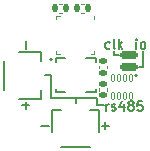
<source format=gto>
G04 #@! TF.GenerationSoftware,KiCad,Pcbnew,7.0.7*
G04 #@! TF.CreationDate,2024-03-10T05:29:25-05:00*
G04 #@! TF.ProjectId,O12imu,4f313269-6d75-42e6-9b69-6361645f7063,1*
G04 #@! TF.SameCoordinates,Original*
G04 #@! TF.FileFunction,Legend,Top*
G04 #@! TF.FilePolarity,Positive*
%FSLAX46Y46*%
G04 Gerber Fmt 4.6, Leading zero omitted, Abs format (unit mm)*
G04 Created by KiCad (PCBNEW 7.0.7) date 2024-03-10 05:29:25*
%MOMM*%
%LPD*%
G01*
G04 APERTURE LIST*
G04 Aperture macros list*
%AMRoundRect*
0 Rectangle with rounded corners*
0 $1 Rounding radius*
0 $2 $3 $4 $5 $6 $7 $8 $9 X,Y pos of 4 corners*
0 Add a 4 corners polygon primitive as box body*
4,1,4,$2,$3,$4,$5,$6,$7,$8,$9,$2,$3,0*
0 Add four circle primitives for the rounded corners*
1,1,$1+$1,$2,$3*
1,1,$1+$1,$4,$5*
1,1,$1+$1,$6,$7*
1,1,$1+$1,$8,$9*
0 Add four rect primitives between the rounded corners*
20,1,$1+$1,$2,$3,$4,$5,0*
20,1,$1+$1,$4,$5,$6,$7,0*
20,1,$1+$1,$6,$7,$8,$9,0*
20,1,$1+$1,$8,$9,$2,$3,0*%
%AMFreePoly0*
4,1,6,0.325000,0.000000,0.325000,-0.150000,-0.175000,-0.150000,-0.175000,0.150000,0.175000,0.150000,0.325000,0.000000,0.325000,0.000000,$1*%
%AMFreePoly1*
4,1,6,0.325000,0.000000,0.175000,-0.150000,-0.175000,-0.150000,-0.175000,0.150000,0.325000,0.150000,0.325000,0.000000,0.325000,0.000000,$1*%
%AMFreePoly2*
4,1,6,0.150000,-0.175000,-0.150000,-0.175000,-0.150000,0.175000,0.000000,0.325000,0.150000,0.325000,0.150000,-0.175000,0.150000,-0.175000,$1*%
%AMFreePoly3*
4,1,6,0.150000,0.175000,0.150000,-0.175000,-0.150000,-0.175000,-0.150000,0.325000,0.000000,0.325000,0.150000,0.175000,0.150000,0.175000,$1*%
%AMFreePoly4*
4,1,6,0.175000,-0.150000,-0.175000,-0.150000,-0.325000,0.000000,-0.325000,0.150000,0.175000,0.150000,0.175000,-0.150000,0.175000,-0.150000,$1*%
%AMFreePoly5*
4,1,7,0.175000,-0.150000,-0.175000,-0.150000,-0.325000,-0.150000,-0.325000,0.000000,-0.175000,0.150000,0.175000,0.150000,0.175000,-0.150000,0.175000,-0.150000,$1*%
%AMFreePoly6*
4,1,6,0.150000,-0.175000,0.000000,-0.325000,-0.150000,-0.325000,-0.150000,0.175000,0.150000,0.175000,0.150000,-0.175000,0.150000,-0.175000,$1*%
%AMFreePoly7*
4,1,6,0.150000,-0.325000,0.000000,-0.325000,-0.150000,-0.175000,-0.150000,0.175000,0.150000,0.175000,0.150000,-0.325000,0.150000,-0.325000,$1*%
G04 Aperture macros list end*
%ADD10C,0.150000*%
%ADD11C,0.120000*%
%ADD12C,0.152400*%
%ADD13C,0.191421*%
%ADD14C,0.127000*%
%ADD15C,0.200000*%
%ADD16FreePoly0,270.000000*%
%ADD17R,0.300000X0.700000*%
%ADD18FreePoly1,270.000000*%
%ADD19FreePoly2,270.000000*%
%ADD20R,0.700000X0.300000*%
%ADD21FreePoly3,270.000000*%
%ADD22FreePoly4,270.000000*%
%ADD23FreePoly5,270.000000*%
%ADD24FreePoly6,270.000000*%
%ADD25FreePoly7,270.000000*%
%ADD26RoundRect,0.140000X0.170000X-0.140000X0.170000X0.140000X-0.170000X0.140000X-0.170000X-0.140000X0*%
%ADD27RoundRect,0.150000X0.600000X-0.150000X0.600000X0.150000X-0.600000X0.150000X-0.600000X-0.150000X0*%
%ADD28R,0.533400X0.304800*%
%ADD29R,0.304800X0.533400*%
%ADD30R,0.800000X0.300000*%
%ADD31R,0.800000X0.400000*%
%ADD32RoundRect,0.050000X-0.100000X0.285000X-0.100000X-0.285000X0.100000X-0.285000X0.100000X0.285000X0*%
%ADD33R,0.300000X0.800000*%
%ADD34R,0.400000X0.800000*%
%ADD35RoundRect,0.140000X-0.170000X0.140000X-0.170000X-0.140000X0.170000X-0.140000X0.170000X0.140000X0*%
%ADD36RoundRect,0.140000X0.140000X0.170000X-0.140000X0.170000X-0.140000X-0.170000X0.140000X-0.170000X0*%
%ADD37RoundRect,0.140000X-0.140000X-0.170000X0.140000X-0.170000X0.140000X0.170000X-0.140000X0.170000X0*%
G04 APERTURE END LIST*
D10*
X51800000Y-51950000D02*
X50000000Y-51950000D01*
X47900000Y-51950000D02*
X47900000Y-50000000D01*
X50000000Y-51950000D02*
X50000000Y-52350000D01*
X53250000Y-47950000D02*
X53250000Y-48300000D01*
X51800000Y-52550000D02*
X51800000Y-51950000D01*
X55650000Y-49300000D02*
X55650000Y-47950000D01*
X55350000Y-49300000D02*
X55650000Y-49300000D01*
X52350000Y-52550000D02*
X51800000Y-52550000D01*
X53250000Y-48300000D02*
X53650000Y-48300000D01*
X50000000Y-51950000D02*
X47900000Y-51950000D01*
X47900000Y-50000000D02*
X47400000Y-50000000D01*
X52882017Y-47706200D02*
X52805826Y-47744295D01*
X52805826Y-47744295D02*
X52653445Y-47744295D01*
X52653445Y-47744295D02*
X52577255Y-47706200D01*
X52577255Y-47706200D02*
X52539160Y-47668104D01*
X52539160Y-47668104D02*
X52501064Y-47591914D01*
X52501064Y-47591914D02*
X52501064Y-47363342D01*
X52501064Y-47363342D02*
X52539160Y-47287152D01*
X52539160Y-47287152D02*
X52577255Y-47249057D01*
X52577255Y-47249057D02*
X52653445Y-47210961D01*
X52653445Y-47210961D02*
X52805826Y-47210961D01*
X52805826Y-47210961D02*
X52882017Y-47249057D01*
X53339159Y-47744295D02*
X53262969Y-47706200D01*
X53262969Y-47706200D02*
X53224874Y-47630009D01*
X53224874Y-47630009D02*
X53224874Y-46944295D01*
X53643922Y-47744295D02*
X53643922Y-46944295D01*
X53720112Y-47439533D02*
X53948684Y-47744295D01*
X53948684Y-47210961D02*
X53643922Y-47515723D01*
X45757533Y-52854761D02*
X45757533Y-52245238D01*
X46062295Y-52549999D02*
X45452771Y-52549999D01*
X47704761Y-54292466D02*
X47095238Y-54292466D01*
X45807533Y-47754761D02*
X45807533Y-47145238D01*
X55139160Y-47744295D02*
X55139160Y-47210961D01*
X55139160Y-46944295D02*
X55101064Y-46982390D01*
X55101064Y-46982390D02*
X55139160Y-47020485D01*
X55139160Y-47020485D02*
X55177255Y-46982390D01*
X55177255Y-46982390D02*
X55139160Y-46944295D01*
X55139160Y-46944295D02*
X55139160Y-47020485D01*
X55634397Y-47744295D02*
X55558207Y-47706200D01*
X55558207Y-47706200D02*
X55520112Y-47668104D01*
X55520112Y-47668104D02*
X55482016Y-47591914D01*
X55482016Y-47591914D02*
X55482016Y-47363342D01*
X55482016Y-47363342D02*
X55520112Y-47287152D01*
X55520112Y-47287152D02*
X55558207Y-47249057D01*
X55558207Y-47249057D02*
X55634397Y-47210961D01*
X55634397Y-47210961D02*
X55748683Y-47210961D01*
X55748683Y-47210961D02*
X55824874Y-47249057D01*
X55824874Y-47249057D02*
X55862969Y-47287152D01*
X55862969Y-47287152D02*
X55901064Y-47363342D01*
X55901064Y-47363342D02*
X55901064Y-47591914D01*
X55901064Y-47591914D02*
X55862969Y-47668104D01*
X55862969Y-47668104D02*
X55824874Y-47706200D01*
X55824874Y-47706200D02*
X55748683Y-47744295D01*
X55748683Y-47744295D02*
X55634397Y-47744295D01*
X52589160Y-52994295D02*
X52589160Y-52460961D01*
X52589160Y-52613342D02*
X52627255Y-52537152D01*
X52627255Y-52537152D02*
X52665350Y-52499057D01*
X52665350Y-52499057D02*
X52741541Y-52460961D01*
X52741541Y-52460961D02*
X52817731Y-52460961D01*
X53046302Y-52956200D02*
X53122493Y-52994295D01*
X53122493Y-52994295D02*
X53274874Y-52994295D01*
X53274874Y-52994295D02*
X53351064Y-52956200D01*
X53351064Y-52956200D02*
X53389160Y-52880009D01*
X53389160Y-52880009D02*
X53389160Y-52841914D01*
X53389160Y-52841914D02*
X53351064Y-52765723D01*
X53351064Y-52765723D02*
X53274874Y-52727628D01*
X53274874Y-52727628D02*
X53160588Y-52727628D01*
X53160588Y-52727628D02*
X53084398Y-52689533D01*
X53084398Y-52689533D02*
X53046302Y-52613342D01*
X53046302Y-52613342D02*
X53046302Y-52575247D01*
X53046302Y-52575247D02*
X53084398Y-52499057D01*
X53084398Y-52499057D02*
X53160588Y-52460961D01*
X53160588Y-52460961D02*
X53274874Y-52460961D01*
X53274874Y-52460961D02*
X53351064Y-52499057D01*
X54074874Y-52460961D02*
X54074874Y-52994295D01*
X53884398Y-52156200D02*
X53693921Y-52727628D01*
X53693921Y-52727628D02*
X54189160Y-52727628D01*
X54608207Y-52537152D02*
X54532017Y-52499057D01*
X54532017Y-52499057D02*
X54493922Y-52460961D01*
X54493922Y-52460961D02*
X54455826Y-52384771D01*
X54455826Y-52384771D02*
X54455826Y-52346676D01*
X54455826Y-52346676D02*
X54493922Y-52270485D01*
X54493922Y-52270485D02*
X54532017Y-52232390D01*
X54532017Y-52232390D02*
X54608207Y-52194295D01*
X54608207Y-52194295D02*
X54760588Y-52194295D01*
X54760588Y-52194295D02*
X54836779Y-52232390D01*
X54836779Y-52232390D02*
X54874874Y-52270485D01*
X54874874Y-52270485D02*
X54912969Y-52346676D01*
X54912969Y-52346676D02*
X54912969Y-52384771D01*
X54912969Y-52384771D02*
X54874874Y-52460961D01*
X54874874Y-52460961D02*
X54836779Y-52499057D01*
X54836779Y-52499057D02*
X54760588Y-52537152D01*
X54760588Y-52537152D02*
X54608207Y-52537152D01*
X54608207Y-52537152D02*
X54532017Y-52575247D01*
X54532017Y-52575247D02*
X54493922Y-52613342D01*
X54493922Y-52613342D02*
X54455826Y-52689533D01*
X54455826Y-52689533D02*
X54455826Y-52841914D01*
X54455826Y-52841914D02*
X54493922Y-52918104D01*
X54493922Y-52918104D02*
X54532017Y-52956200D01*
X54532017Y-52956200D02*
X54608207Y-52994295D01*
X54608207Y-52994295D02*
X54760588Y-52994295D01*
X54760588Y-52994295D02*
X54836779Y-52956200D01*
X54836779Y-52956200D02*
X54874874Y-52918104D01*
X54874874Y-52918104D02*
X54912969Y-52841914D01*
X54912969Y-52841914D02*
X54912969Y-52689533D01*
X54912969Y-52689533D02*
X54874874Y-52613342D01*
X54874874Y-52613342D02*
X54836779Y-52575247D01*
X54836779Y-52575247D02*
X54760588Y-52537152D01*
X55636779Y-52194295D02*
X55255827Y-52194295D01*
X55255827Y-52194295D02*
X55217731Y-52575247D01*
X55217731Y-52575247D02*
X55255827Y-52537152D01*
X55255827Y-52537152D02*
X55332017Y-52499057D01*
X55332017Y-52499057D02*
X55522493Y-52499057D01*
X55522493Y-52499057D02*
X55598684Y-52537152D01*
X55598684Y-52537152D02*
X55636779Y-52575247D01*
X55636779Y-52575247D02*
X55674874Y-52651438D01*
X55674874Y-52651438D02*
X55674874Y-52841914D01*
X55674874Y-52841914D02*
X55636779Y-52918104D01*
X55636779Y-52918104D02*
X55598684Y-52956200D01*
X55598684Y-52956200D02*
X55522493Y-52994295D01*
X55522493Y-52994295D02*
X55332017Y-52994295D01*
X55332017Y-52994295D02*
X55255827Y-52956200D01*
X55255827Y-52956200D02*
X55217731Y-52918104D01*
X52804761Y-54292466D02*
X52195238Y-54292466D01*
X52499999Y-53987704D02*
X52499999Y-54597228D01*
D11*
X51570000Y-44980000D02*
X51570000Y-45280000D01*
X48330000Y-44980000D02*
X48630000Y-44980000D01*
X48330000Y-44980000D02*
X48330000Y-45280000D01*
X51570000Y-48220000D02*
X51570000Y-47920000D01*
X51570000Y-48220000D02*
X51270000Y-48220000D01*
X48330000Y-48220000D02*
X48330000Y-47920000D01*
X48330000Y-48220000D02*
X48630000Y-48220000D01*
X51940000Y-49407836D02*
X51940000Y-49192164D01*
X52660000Y-49407836D02*
X52660000Y-49192164D01*
D12*
X48323600Y-48577600D02*
X48323600Y-48855818D01*
X48323600Y-51144182D02*
X48323600Y-51422400D01*
X48323600Y-51422400D02*
X49105820Y-51422400D01*
X49105820Y-48577600D02*
X48323600Y-48577600D01*
X50894180Y-51422400D02*
X51676400Y-51422400D01*
X51676400Y-48577600D02*
X50894180Y-48577600D01*
X51676400Y-48855818D02*
X51676400Y-48577600D01*
X51676400Y-51422400D02*
X51676400Y-51144182D01*
D13*
X47995710Y-48700000D02*
G75*
G03*
X47995710Y-48700000I-95710J0D01*
G01*
D14*
X47050000Y-48000000D02*
X45215000Y-48000000D01*
X43950000Y-48765000D02*
X43950000Y-51235000D01*
X47050000Y-48780000D02*
X47050000Y-48000000D01*
X47050000Y-51220000D02*
X47050000Y-52000000D01*
X47050000Y-52000000D02*
X45215000Y-52000000D01*
D15*
X55200000Y-50040000D02*
G75*
G03*
X55200000Y-50040000I-100000J0D01*
G01*
D14*
X48000000Y-52950000D02*
X48000000Y-54785000D01*
X48765000Y-56050000D02*
X51235000Y-56050000D01*
X48780000Y-52950000D02*
X48000000Y-52950000D01*
X51220000Y-52950000D02*
X52000000Y-52950000D01*
X52000000Y-52950000D02*
X52000000Y-54785000D01*
D11*
X52660000Y-51092164D02*
X52660000Y-51307836D01*
X51940000Y-51092164D02*
X51940000Y-51307836D01*
X48807836Y-44710000D02*
X48592164Y-44710000D01*
X48807836Y-43990000D02*
X48592164Y-43990000D01*
X50442164Y-43990000D02*
X50657836Y-43990000D01*
X50442164Y-44710000D02*
X50657836Y-44710000D01*
%LPC*%
D16*
X50950000Y-45125000D03*
D17*
X50450000Y-45300000D03*
X49950000Y-45300000D03*
X49450000Y-45300000D03*
D18*
X48950000Y-45125000D03*
D19*
X48475000Y-45600000D03*
D20*
X48650000Y-46100000D03*
X48650000Y-46600000D03*
X48650000Y-47100000D03*
D21*
X48475000Y-47600000D03*
D22*
X48950000Y-48075000D03*
D17*
X49450000Y-47900000D03*
X49950000Y-47900000D03*
X50450000Y-47900000D03*
D23*
X50950000Y-48075000D03*
D24*
X51425000Y-47600000D03*
D20*
X51250000Y-47100000D03*
X51250000Y-46600000D03*
X51250000Y-46100000D03*
D25*
X51425000Y-45600000D03*
D26*
X52300000Y-49780000D03*
X52300000Y-48820000D03*
D27*
X54500000Y-48300000D03*
D28*
X48818900Y-49249999D03*
X48818900Y-49750000D03*
X48818900Y-50250000D03*
X48818900Y-50750001D03*
D29*
X49500001Y-50927100D03*
X50000000Y-50927100D03*
X50499999Y-50927100D03*
D28*
X51181100Y-50750001D03*
X51181100Y-50250000D03*
X51181100Y-49750000D03*
X51181100Y-49249999D03*
D29*
X50499999Y-49072900D03*
X50000000Y-49072900D03*
X49500001Y-49072900D03*
D30*
X47000000Y-50750000D03*
X47000000Y-50250000D03*
X47000000Y-49750000D03*
X47000000Y-49250000D03*
D31*
X44500000Y-48250000D03*
X44500000Y-51750000D03*
D32*
X54650000Y-50250000D03*
X54150000Y-50250000D03*
X53650000Y-50250000D03*
X53150000Y-50250000D03*
X53150000Y-51730000D03*
X53650000Y-51730000D03*
X54150000Y-51730000D03*
X54650000Y-51730000D03*
D33*
X50750000Y-53000000D03*
X50250000Y-53000000D03*
X49750000Y-53000000D03*
X49250000Y-53000000D03*
D34*
X48250000Y-55500000D03*
X51750000Y-55500000D03*
D35*
X52300000Y-50720000D03*
X52300000Y-51680000D03*
D27*
X54500000Y-49300000D03*
D36*
X49180000Y-44350000D03*
X48220000Y-44350000D03*
D37*
X50070000Y-44350000D03*
X51030000Y-44350000D03*
%LPD*%
M02*

</source>
